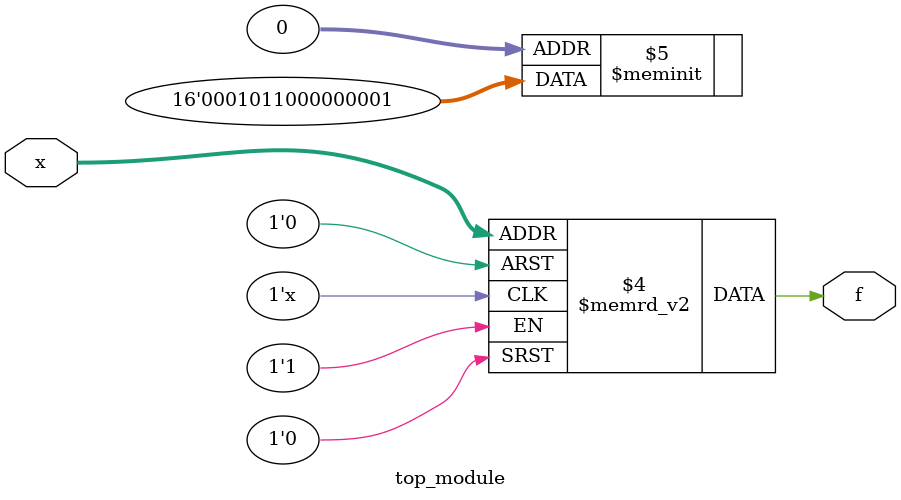
<source format=sv>
module top_module (
    input [4:1] x,
    output logic f
);

always_comb begin
    case (x)
        4'b0000, 4'b1001, 4'b1100, 4'b1010: f = 1'b1;
        4'b0001, 4'b0010, 4'b0011, 4'b0100, 4'b0101, 4'b0110, 4'b0111, 4'b1000, 4'b1011, 4'b1101, 4'b1110, 4'b1111: f = 1'b0;
    endcase
end

endmodule

</source>
